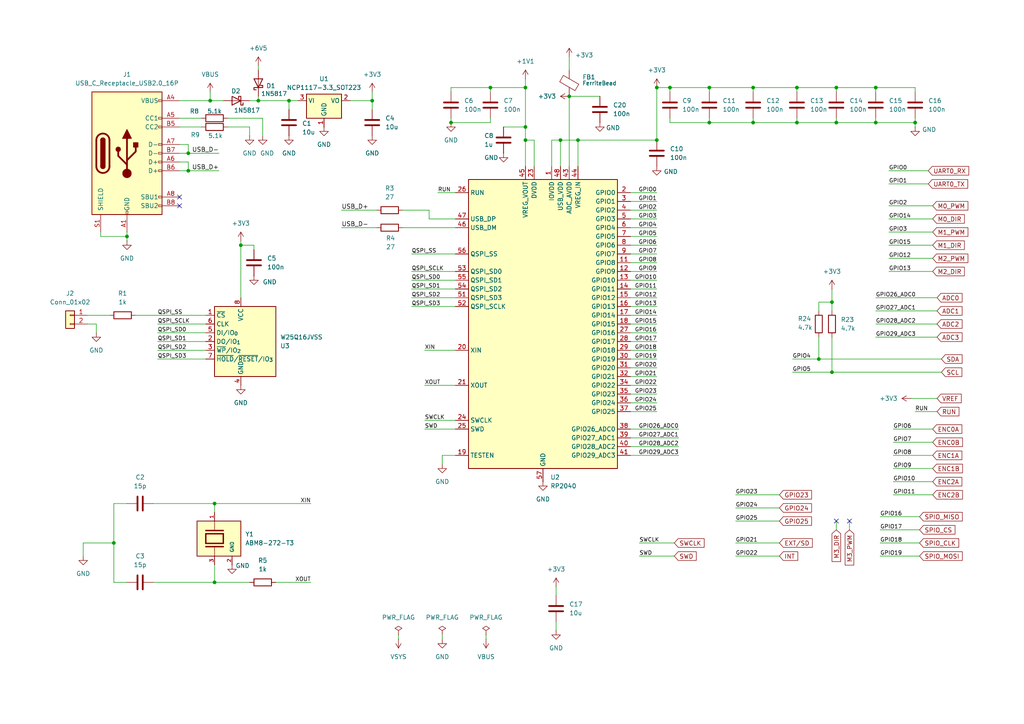
<source format=kicad_sch>
(kicad_sch (version 20250114) (generator "eeschema") (generator_version "9.0")
  (paper "A4")
  (title_block (title "RP2040") (date "2025-12-07") (rev "2") (company "Astra Robotics") (comment 1 "Kartik Lad"))
  (lib_symbols
    (symbol "ABM8-272-T3:ABM8-272-T3" (pin_names (offset 1.016))
      (property "Reference" "Y" (at -5.0878 6.3559 0))
      (property "Value" "ABM8-272-T3" (at -5.0944 -10.16 0))
      (symbol "ABM8-272-T3_0_0"
        (pin passive line (at -7.62 0 0) (length 2.54) (name "~") (number "1"))
        (pin passive line (at 7.62 0 180) (length 2.54) (name "~") (number "3"))
        (pin power_in line (at 7.62 -5.08 180) (length 2.54) (name "GND") (number "2"))
        (pin power_in line (at 7.62 -5.08 180) (length 2.54) (hide yes) (name "GND") (number "4"))
      )
    )
    (symbol "Connector:USB_C_Receptacle_USB2.0_16P" (pin_names (offset 1.016))
      (property "Reference" "J" (at 0 22.225 0))
      (property "Value" "USB_C_Receptacle_USB2.0_16P" (at 0 19.685 0))
      (symbol "USB_C_Receptacle_USB2.0_16P_1_1"
        (pin passive line (at -7.62 -22.86 90) (length 5.08) (name "SHIELD") (number "S1"))
        (pin passive line (at 0 -22.86 90) (length 5.08) (name "GND") (number "A1"))
        (pin passive line (at 0 -22.86 90) (length 5.08) (hide yes) (name "GND") (number "A12"))
        (pin passive line (at 0 -22.86 90) (length 5.08) (hide yes) (name "GND") (number "B1"))
        (pin passive line (at 0 -22.86 90) (length 5.08) (hide yes) (name "GND") (number "B12"))
        (pin passive line (at 15.24 15.24 180) (length 5.08) (name "VBUS") (number "A4"))
        (pin passive line (at 15.24 15.24 180) (length 5.08) (hide yes) (name "VBUS") (number "A9"))
        (pin passive line (at 15.24 15.24 180) (length 5.08) (hide yes) (name "VBUS") (number "B4"))
        (pin passive line (at 15.24 15.24 180) (length 5.08) (hide yes) (name "VBUS") (number "B9"))
        (pin bidirectional line (at 15.24 10.16 180) (length 5.08) (name "CC1") (number "A5"))
        (pin bidirectional line (at 15.24 7.62 180) (length 5.08) (name "CC2") (number "B5"))
        (pin bidirectional line (at 15.24 2.54 180) (length 5.08) (name "D-") (number "A7"))
        (pin bidirectional line (at 15.24 0 180) (length 5.08) (name "D-") (number "B7"))
        (pin bidirectional line (at 15.24 -2.54 180) (length 5.08) (name "D+") (number "A6"))
        (pin bidirectional line (at 15.24 -5.08 180) (length 5.08) (name "D+") (number "B6"))
        (pin bidirectional line (at 15.24 -12.7 180) (length 5.08) (name "SBU1") (number "A8"))
        (pin bidirectional line (at 15.24 -15.24 180) (length 5.08) (name "SBU2") (number "B8"))
      )
    )
    (symbol "Connector_Generic:Conn_01x02" (pin_names (offset 1.016) (hide yes))
      (property "Reference" "J" (at 0 2.54 0))
      (property "Value" "Conn_01x02" (at 0 -5.08 0))
      (symbol "Conn_01x02_1_1"
        (pin passive line (at -5.08 0 0) (length 3.81) (name "Pin_1") (number "1"))
        (pin passive line (at -5.08 -2.54 0) (length 3.81) (name "Pin_2") (number "2"))
      )
    )
    (symbol "Device:C" (pin_numbers (hide yes)) (pin_names (offset 0.254))
      (property "Reference" "C" (at 0.635 2.54 0))
      (property "Value" "C" (at 0.635 -2.54 0))
      (symbol "C_1_1"
        (pin passive line (at 0 3.81 270) (length 2.794) (name "~") (number "1"))
        (pin passive line (at 0 -3.81 90) (length 2.794) (name "~") (number "2"))
      )
    )
    (symbol "Device:FerriteBead" (pin_numbers (hide yes)) (pin_names (offset 0))
      (property "Reference" "FB" (at -3.81 0.635 90))
      (property "Value" "FerriteBead" (at 3.81 0 90))
      (symbol "FerriteBead_1_1"
        (pin passive line (at 0 3.81 270) (length 2.54) (name "~") (number "1"))
        (pin passive line (at 0 -3.81 90) (length 2.54) (name "~") (number "2"))
      )
    )
    (symbol "Device:R" (pin_numbers (hide yes)) (pin_names (offset 0))
      (property "Reference" "R" (at 2.032 0 90))
      (property "Value" "R" (at 0 0 90))
      (symbol "R_1_1"
        (pin passive line (at 0 3.81 270) (length 1.27) (name "~") (number "1"))
        (pin passive line (at 0 -3.81 90) (length 1.27) (name "~") (number "2"))
      )
    )
    (symbol "Diode:1N5817" (pin_numbers (hide yes)) (pin_names (offset 1.016) (hide yes))
      (property "Reference" "D" (at 0 2.54 0))
      (property "Value" "1N5817" (at 0 -2.54 0))
      (symbol "1N5817_1_1"
        (pin passive line (at -3.81 0 0) (length 2.54) (name "K") (number "1"))
        (pin passive line (at 3.81 0 180) (length 2.54) (name "A") (number "2"))
      )
    )
    (symbol "MCU_RaspberryPi:RP2040"
      (property "Reference" "U" (at 17.78 45.72 0))
      (property "Value" "RP2040" (at 17.78 43.18 0))
      (symbol "RP2040_1_1"
        (pin input line (at -25.4 38.1 0) (length 3.81) (name "RUN") (number "26"))
        (pin bidirectional line (at -25.4 30.48 0) (length 3.81) (name "USB_DP") (number "47"))
        (pin bidirectional line (at -25.4 27.94 0) (length 3.81) (name "USB_DM") (number "46"))
        (pin bidirectional line (at -25.4 20.32 0) (length 3.81) (name "QSPI_SS") (number "56"))
        (pin bidirectional line (at -25.4 15.24 0) (length 3.81) (name "QSPI_SD0") (number "53"))
        (pin bidirectional line (at -25.4 12.7 0) (length 3.81) (name "QSPI_SD1") (number "55"))
        (pin bidirectional line (at -25.4 10.16 0) (length 3.81) (name "QSPI_SD2") (number "54"))
        (pin bidirectional line (at -25.4 7.62 0) (length 3.81) (name "QSPI_SD3") (number "51"))
        (pin output line (at -25.4 5.08 0) (length 3.81) (name "QSPI_SCLK") (number "52"))
        (pin input line (at -25.4 -7.62 0) (length 3.81) (name "XIN") (number "20"))
        (pin passive line (at -25.4 -17.78 0) (length 3.81) (name "XOUT") (number "21"))
        (pin input line (at -25.4 -27.94 0) (length 3.81) (name "SWCLK") (number "24"))
        (pin bidirectional line (at -25.4 -30.48 0) (length 3.81) (name "SWD") (number "25"))
        (pin input line (at -25.4 -38.1 0) (length 3.81) (name "TESTEN") (number "19"))
        (pin power_out line (at -5.08 45.72 270) (length 3.81) (name "VREG_VOUT") (number "45"))
        (pin power_in line (at -2.54 45.72 270) (length 3.81) (name "DVDD") (number "23"))
        (pin passive line (at -2.54 45.72 270) (length 3.81) (hide yes) (name "DVDD") (number "50"))
        (pin power_in line (at 0 -45.72 90) (length 3.81) (name "GND") (number "57"))
        (pin power_in line (at 2.54 45.72 270) (length 3.81) (name "IOVDD") (number "1"))
        (pin passive line (at 2.54 45.72 270) (length 3.81) (hide yes) (name "IOVDD") (number "10"))
        (pin passive line (at 2.54 45.72 270) (length 3.81) (hide yes) (name "IOVDD") (number "22"))
        (pin passive line (at 2.54 45.72 270) (length 3.81) (hide yes) (name "IOVDD") (number "33"))
        (pin passive line (at 2.54 45.72 270) (length 3.81) (hide yes) (name "IOVDD") (number "42"))
        (pin passive line (at 2.54 45.72 270) (length 3.81) (hide yes) (name "IOVDD") (number "49"))
        (pin power_in line (at 5.08 45.72 270) (length 3.81) (name "USB_VDD") (number "48"))
        (pin power_in line (at 7.62 45.72 270) (length 3.81) (name "ADC_AVDD") (number "43"))
        (pin power_in line (at 10.16 45.72 270) (length 3.81) (name "VREG_IN") (number "44"))
        (pin bidirectional line (at 25.4 38.1 180) (length 3.81) (name "GPIO0") (number "2"))
        (pin bidirectional line (at 25.4 35.56 180) (length 3.81) (name "GPIO1") (number "3"))
        (pin bidirectional line (at 25.4 33.02 180) (length 3.81) (name "GPIO2") (number "4"))
        (pin bidirectional line (at 25.4 30.48 180) (length 3.81) (name "GPIO3") (number "5"))
        (pin bidirectional line (at 25.4 27.94 180) (length 3.81) (name "GPIO4") (number "6"))
        (pin bidirectional line (at 25.4 25.4 180) (length 3.81) (name "GPIO5") (number "7"))
        (pin bidirectional line (at 25.4 22.86 180) (length 3.81) (name "GPIO6") (number "8"))
        (pin bidirectional line (at 25.4 20.32 180) (length 3.81) (name "GPIO7") (number "9"))
        (pin bidirectional line (at 25.4 17.78 180) (length 3.81) (name "GPIO8") (number "11"))
        (pin bidirectional line (at 25.4 15.24 180) (length 3.81) (name "GPIO9") (number "12"))
        (pin bidirectional line (at 25.4 12.7 180) (length 3.81) (name "GPIO10") (number "13"))
        (pin bidirectional line (at 25.4 10.16 180) (length 3.81) (name "GPIO11") (number "14"))
        (pin bidirectional line (at 25.4 7.62 180) (length 3.81) (name "GPIO12") (number "15"))
        (pin bidirectional line (at 25.4 5.08 180) (length 3.81) (name "GPIO13") (number "16"))
        (pin bidirectional line (at 25.4 2.54 180) (length 3.81) (name "GPIO14") (number "17"))
        (pin bidirectional line (at 25.4 0 180) (length 3.81) (name "GPIO15") (number "18"))
        (pin bidirectional line (at 25.4 -2.54 180) (length 3.81) (name "GPIO16") (number "27"))
        (pin bidirectional line (at 25.4 -5.08 180) (length 3.81) (name "GPIO17") (number "28"))
        (pin bidirectional line (at 25.4 -7.62 180) (length 3.81) (name "GPIO18") (number "29"))
        (pin bidirectional line (at 25.4 -10.16 180) (length 3.81) (name "GPIO19") (number "30"))
        (pin bidirectional line (at 25.4 -12.7 180) (length 3.81) (name "GPIO20") (number "31"))
        (pin bidirectional line (at 25.4 -15.24 180) (length 3.81) (name "GPIO21") (number "32"))
        (pin bidirectional line (at 25.4 -17.78 180) (length 3.81) (name "GPIO22") (number "34"))
        (pin bidirectional line (at 25.4 -20.32 180) (length 3.81) (name "GPIO23") (number "35"))
        (pin bidirectional line (at 25.4 -22.86 180) (length 3.81) (name "GPIO24") (number "36"))
        (pin bidirectional line (at 25.4 -25.4 180) (length 3.81) (name "GPIO25") (number "37"))
        (pin bidirectional line (at 25.4 -30.48 180) (length 3.81) (name "GPIO26_ADC0") (number "38"))
        (pin bidirectional line (at 25.4 -33.02 180) (length 3.81) (name "GPIO27_ADC1") (number "39"))
        (pin bidirectional line (at 25.4 -35.56 180) (length 3.81) (name "GPIO28_ADC2") (number "40"))
        (pin bidirectional line (at 25.4 -38.1 180) (length 3.81) (name "GPIO29_ADC3") (number "41"))
      )
    )
    (symbol "Memory_Flash:W25Q16JVSS"
      (property "Reference" "U" (at -6.35 11.43 0))
      (property "Value" "W25Q16JVSS" (at 7.62 11.43 0))
      (symbol "W25Q16JVSS_1_1"
        (pin input line (at -10.16 7.62 0) (length 2.54) (name "~{CS}") (number "1"))
        (pin input line (at -10.16 5.08 0) (length 2.54) (name "CLK") (number "6"))
        (pin bidirectional line (at -10.16 2.54 0) (length 2.54) (name "DI/IO_{0}") (number "5"))
        (pin bidirectional line (at -10.16 0 0) (length 2.54) (name "DO/IO_{1}") (number "2"))
        (pin bidirectional line (at -10.16 -2.54 0) (length 2.54) (name "~{WP}/IO_{2}") (number "3"))
        (pin bidirectional line (at -10.16 -5.08 0) (length 2.54) (name "~{HOLD}/~{RESET}/IO_{3}") (number "7"))
        (pin power_in line (at 0 12.7 270) (length 2.54) (name "VCC") (number "8"))
        (pin power_in line (at 0 -12.7 90) (length 2.54) (name "GND") (number "4"))
      )
    )
    (symbol "Regulator_Linear:NCP1117-3.3_SOT223"
      (property "Reference" "U" (at -3.81 3.175 0))
      (property "Value" "NCP1117-3.3_SOT223" (at 0 3.175 0))
      (symbol "NCP1117-3.3_SOT223_1_1"
        (pin power_in line (at -7.62 0 0) (length 2.54) (name "VI") (number "3"))
        (pin power_in line (at 0 -7.62 90) (length 2.54) (name "GND") (number "1"))
        (pin power_out line (at 7.62 0 180) (length 2.54) (name "VO") (number "2"))
      )
    )
    (symbol "power:+1V1" (power) (pin_numbers (hide yes)) (pin_names (offset 0) (hide yes))
      (property "Value" "+1V1" (at 0 3.556 0))
      (symbol "+1V1_1_1"
        (pin power_in line (at 0 0 90) (length 0) (name "~") (number "1"))
      )
    )
    (symbol "power:+3V3" (power) (pin_numbers (hide yes)) (pin_names (offset 0) (hide yes))
      (property "Value" "+3V3" (at 0 3.556 0))
      (symbol "+3V3_1_1"
        (pin power_in line (at 0 0 90) (length 0) (name "~") (number "1"))
      )
    )
    (symbol "power:GND" (power) (pin_numbers (hide yes)) (pin_names (offset 0) (hide yes))
      (property "Value" "GND" (at 0 -3.81 0))
      (symbol "GND_1_1"
        (pin power_in line (at 0 0 270) (length 0) (name "~") (number "1"))
      )
    )
    (symbol "power:PWR_FLAG" (power) (pin_numbers (hide yes)) (pin_names (offset 0) (hide yes))
      (property "Value" "PWR_FLAG" (at 0 3.81 0))
      (symbol "PWR_FLAG_0_0"
        (pin power_out line (at 0 0 90) (length 0) (name "~") (number "1"))
      )
    )
    (symbol "power:VBUS" (power) (pin_numbers (hide yes)) (pin_names (offset 0) (hide yes))
      (property "Value" "VBUS" (at 0 3.556 0))
      (symbol "VBUS_1_1"
        (pin power_in line (at 0 0 90) (length 0) (name "~") (number "1"))
      )
    )
    (symbol "power:VCC" (power) (pin_numbers (hide yes)) (pin_names (offset 0) (hide yes))
      (property "Value" "VCC" (at 0 3.556 0))
      (symbol "VCC_1_1"
        (pin power_in line (at 0 0 90) (length 0) (name "~") (number "1"))
      )
    )
  )
  (junction (at 74.93 29.21))
  (junction (at 242.57 35.56))
  (junction (at 218.44 25.4))
  (junction (at 54.61 49.53))
  (junction (at 205.74 25.4))
  (junction (at 242.57 25.4))
  (junction (at 190.5 25.4))
  (junction (at 162.56 40.64))
  (junction (at 231.14 25.4))
  (junction (at 152.4 36.83))
  (junction (at 152.4 40.64))
  (junction (at 62.23 146.05))
  (junction (at 60.96 29.21))
  (junction (at 142.24 25.4))
  (junction (at 265.43 35.56))
  (junction (at 218.44 35.56))
  (junction (at 69.85 71.12))
  (junction (at 54.61 44.45))
  (junction (at 194.31 25.4))
  (junction (at 205.74 35.56))
  (junction (at 254 25.4))
  (junction (at 190.5 40.64))
  (junction (at 36.83 68.58))
  (junction (at 152.4 25.4))
  (junction (at 231.14 35.56))
  (junction (at 167.64 40.64))
  (junction (at 83.82 29.21))
  (junction (at 165.1 27.94))
  (junction (at 130.81 35.56))
  (junction (at 62.23 168.91))
  (junction (at 237.49 104.14))
  (junction (at 107.95 29.21))
  (junction (at 254 35.56))
  (junction (at 241.3 87.63))
  (junction (at 33.02 157.48))
  (junction (at 241.3 107.95))
  (no_connect (at 52.07 57.15))
  (no_connect (at 242.57 151.13))
  (no_connect (at 246.38 151.13))
  (no_connect (at 52.07 59.69))
  (wire (pts (xy 116.84 66.04) (xy 132.08 66.04)))
  (wire (pts (xy 254 25.4) (xy 254 26.67)))
  (wire (pts (xy 152.4 36.83) (xy 152.4 25.4)))
  (wire (pts (xy 182.88 124.46) (xy 196.85 124.46)))
  (wire (pts (xy 54.61 49.53) (xy 63.5 49.53)))
  (wire (pts (xy 52.07 49.53) (xy 54.61 49.53)))
  (wire (pts (xy 154.94 40.64) (xy 152.4 40.64)))
  (wire (pts (xy 140.97 184.15) (xy 140.97 185.42)))
  (wire (pts (xy 152.4 22.86) (xy 152.4 25.4)))
  (wire (pts (xy 24.13 157.48) (xy 33.02 157.48)))
  (wire (pts (xy 62.23 146.05) (xy 90.17 146.05)))
  (wire (pts (xy 60.96 29.21) (xy 64.77 29.21)))
  (wire (pts (xy 52.07 41.91) (xy 54.61 41.91)))
  (wire (pts (xy 229.87 107.95) (xy 241.3 107.95)))
  (wire (pts (xy 255.27 161.29) (xy 266.7 161.29)))
  (wire (pts (xy 123.19 111.76) (xy 132.08 111.76)))
  (wire (pts (xy 36.83 69.85) (xy 36.83 68.58)))
  (wire (pts (xy 182.88 93.98) (xy 190.5 93.98)))
  (wire (pts (xy 74.93 29.21) (xy 83.82 29.21)))
  (wire (pts (xy 66.04 34.29) (xy 76.2 34.29)))
  (wire (pts (xy 165.1 27.94) (xy 173.99 27.94)))
  (wire (pts (xy 182.88 66.04) (xy 190.5 66.04)))
  (wire (pts (xy 45.72 99.06) (xy 59.69 99.06)))
  (wire (pts (xy 123.19 124.46) (xy 132.08 124.46)))
  (wire (pts (xy 257.81 74.93) (xy 270.51 74.93)))
  (wire (pts (xy 205.74 25.4) (xy 218.44 25.4)))
  (wire (pts (xy 194.31 35.56) (xy 205.74 35.56)))
  (wire (pts (xy 231.14 34.29) (xy 231.14 35.56)))
  (wire (pts (xy 128.27 132.08) (xy 128.27 134.62)))
  (wire (pts (xy 182.88 55.88) (xy 190.5 55.88)))
  (wire (pts (xy 54.61 46.99) (xy 54.61 49.53)))
  (wire (pts (xy 99.06 60.96) (xy 109.22 60.96)))
  (wire (pts (xy 123.19 121.92) (xy 132.08 121.92)))
  (wire (pts (xy 83.82 29.21) (xy 83.82 31.75)))
  (wire (pts (xy 182.88 68.58) (xy 190.5 68.58)))
  (wire (pts (xy 33.02 146.05) (xy 33.02 157.48)))
  (wire (pts (xy 241.3 87.63) (xy 241.3 90.17)))
  (wire (pts (xy 194.31 25.4) (xy 194.31 26.67)))
  (wire (pts (xy 130.81 25.4) (xy 142.24 25.4)))
  (wire (pts (xy 182.88 132.08) (xy 196.85 132.08)))
  (wire (pts (xy 83.82 29.21) (xy 86.36 29.21)))
  (wire (pts (xy 182.88 119.38) (xy 190.5 119.38)))
  (wire (pts (xy 127 55.88) (xy 132.08 55.88)))
  (wire (pts (xy 265.43 35.56) (xy 265.43 36.83)))
  (wire (pts (xy 182.88 91.44) (xy 190.5 91.44)))
  (wire (pts (xy 213.36 161.29) (xy 226.06 161.29)))
  (wire (pts (xy 194.31 25.4) (xy 205.74 25.4)))
  (wire (pts (xy 45.72 93.98) (xy 59.69 93.98)))
  (wire (pts (xy 182.88 71.12) (xy 190.5 71.12)))
  (wire (pts (xy 213.36 151.13) (xy 226.06 151.13)))
  (wire (pts (xy 119.38 83.82) (xy 132.08 83.82)))
  (wire (pts (xy 237.49 90.17) (xy 237.49 87.63)))
  (wire (pts (xy 242.57 25.4) (xy 242.57 26.67)))
  (wire (pts (xy 54.61 41.91) (xy 54.61 44.45)))
  (wire (pts (xy 162.56 48.26) (xy 162.56 40.64)))
  (wire (pts (xy 142.24 25.4) (xy 142.24 26.67)))
  (wire (pts (xy 182.88 81.28) (xy 190.5 81.28)))
  (wire (pts (xy 218.44 34.29) (xy 218.44 35.56)))
  (wire (pts (xy 259.08 128.27) (xy 270.51 128.27)))
  (wire (pts (xy 80.01 168.91) (xy 90.17 168.91)))
  (wire (pts (xy 152.4 36.83) (xy 152.4 40.64)))
  (wire (pts (xy 160.02 48.26) (xy 160.02 40.64)))
  (wire (pts (xy 182.88 96.52) (xy 190.5 96.52)))
  (wire (pts (xy 213.36 143.51) (xy 226.06 143.51)))
  (wire (pts (xy 162.56 40.64) (xy 167.64 40.64)))
  (wire (pts (xy 182.88 127) (xy 196.85 127)))
  (wire (pts (xy 36.83 146.05) (xy 33.02 146.05)))
  (wire (pts (xy 246.38 151.13) (xy 246.38 153.67)))
  (wire (pts (xy 107.95 29.21) (xy 107.95 31.75)))
  (wire (pts (xy 45.72 101.6) (xy 59.69 101.6)))
  (wire (pts (xy 76.2 34.29) (xy 76.2 39.37)))
  (wire (pts (xy 119.38 81.28) (xy 132.08 81.28)))
  (wire (pts (xy 52.07 29.21) (xy 60.96 29.21)))
  (wire (pts (xy 237.49 87.63) (xy 241.3 87.63)))
  (wire (pts (xy 213.36 147.32) (xy 226.06 147.32)))
  (wire (pts (xy 130.81 35.56) (xy 130.81 34.29)))
  (wire (pts (xy 242.57 34.29) (xy 242.57 35.56)))
  (wire (pts (xy 259.08 139.7) (xy 270.51 139.7)))
  (wire (pts (xy 29.21 68.58) (xy 36.83 68.58)))
  (wire (pts (xy 254 86.36) (xy 271.78 86.36)))
  (wire (pts (xy 255.27 149.86) (xy 266.7 149.86)))
  (wire (pts (xy 152.4 25.4) (xy 142.24 25.4)))
  (wire (pts (xy 182.88 58.42) (xy 190.5 58.42)))
  (wire (pts (xy 25.4 93.98) (xy 27.94 93.98)))
  (wire (pts (xy 39.37 91.44) (xy 59.69 91.44)))
  (wire (pts (xy 182.88 76.2) (xy 190.5 76.2)))
  (wire (pts (xy 74.93 27.94) (xy 74.93 29.21)))
  (wire (pts (xy 264.16 115.57) (xy 271.78 115.57)))
  (wire (pts (xy 52.07 36.83) (xy 58.42 36.83)))
  (wire (pts (xy 218.44 35.56) (xy 231.14 35.56)))
  (wire (pts (xy 254 97.79) (xy 271.78 97.79)))
  (wire (pts (xy 165.1 16.51) (xy 165.1 20.32)))
  (wire (pts (xy 123.19 101.6) (xy 132.08 101.6)))
  (wire (pts (xy 182.88 109.22) (xy 190.5 109.22)))
  (wire (pts (xy 62.23 168.91) (xy 44.45 168.91)))
  (wire (pts (xy 115.57 184.15) (xy 115.57 185.42)))
  (wire (pts (xy 182.88 129.54) (xy 196.85 129.54)))
  (wire (pts (xy 241.3 107.95) (xy 273.05 107.95)))
  (wire (pts (xy 254 25.4) (xy 265.43 25.4)))
  (wire (pts (xy 182.88 83.82) (xy 190.5 83.82)))
  (wire (pts (xy 229.87 104.14) (xy 237.49 104.14)))
  (wire (pts (xy 73.66 72.39) (xy 73.66 71.12)))
  (wire (pts (xy 33.02 157.48) (xy 33.02 168.91)))
  (wire (pts (xy 185.42 161.29) (xy 195.58 161.29)))
  (wire (pts (xy 107.95 26.67) (xy 107.95 29.21)))
  (wire (pts (xy 231.14 25.4) (xy 242.57 25.4)))
  (wire (pts (xy 254 90.17) (xy 271.78 90.17)))
  (wire (pts (xy 242.57 25.4) (xy 254 25.4)))
  (wire (pts (xy 73.66 71.12) (xy 69.85 71.12)))
  (wire (pts (xy 265.43 34.29) (xy 265.43 35.56)))
  (wire (pts (xy 66.04 36.83) (xy 72.39 36.83)))
  (wire (pts (xy 241.3 97.79) (xy 241.3 107.95)))
  (wire (pts (xy 132.08 132.08) (xy 128.27 132.08)))
  (wire (pts (xy 116.84 60.96) (xy 124.46 60.96)))
  (wire (pts (xy 52.07 44.45) (xy 54.61 44.45)))
  (wire (pts (xy 259.08 143.51) (xy 270.51 143.51)))
  (wire (pts (xy 154.94 48.26) (xy 154.94 40.64)))
  (wire (pts (xy 182.88 99.06) (xy 190.5 99.06)))
  (wire (pts (xy 265.43 25.4) (xy 265.43 26.67)))
  (wire (pts (xy 165.1 27.94) (xy 165.1 48.26)))
  (wire (pts (xy 265.43 119.38) (xy 271.78 119.38)))
  (wire (pts (xy 182.88 101.6) (xy 190.5 101.6)))
  (wire (pts (xy 119.38 88.9) (xy 132.08 88.9)))
  (wire (pts (xy 52.07 46.99) (xy 54.61 46.99)))
  (wire (pts (xy 142.24 34.29) (xy 142.24 35.56)))
  (wire (pts (xy 182.88 78.74) (xy 190.5 78.74)))
  (wire (pts (xy 257.81 78.74) (xy 270.51 78.74)))
  (wire (pts (xy 72.39 36.83) (xy 72.39 39.37)))
  (wire (pts (xy 254 35.56) (xy 265.43 35.56)))
  (wire (pts (xy 29.21 67.31) (xy 29.21 68.58)))
  (wire (pts (xy 167.64 40.64) (xy 190.5 40.64)))
  (wire (pts (xy 205.74 35.56) (xy 218.44 35.56)))
  (wire (pts (xy 182.88 86.36) (xy 190.5 86.36)))
  (wire (pts (xy 257.81 71.12) (xy 270.51 71.12)))
  (wire (pts (xy 27.94 93.98) (xy 27.94 96.52)))
  (wire (pts (xy 190.5 40.64) (xy 190.5 25.4)))
  (wire (pts (xy 259.08 132.08) (xy 270.51 132.08)))
  (wire (pts (xy 194.31 34.29) (xy 194.31 35.56)))
  (wire (pts (xy 213.36 157.48) (xy 226.06 157.48)))
  (wire (pts (xy 182.88 111.76) (xy 190.5 111.76)))
  (wire (pts (xy 161.29 170.18) (xy 161.29 172.72)))
  (wire (pts (xy 45.72 104.14) (xy 59.69 104.14)))
  (wire (pts (xy 182.88 104.14) (xy 190.5 104.14)))
  (wire (pts (xy 218.44 25.4) (xy 218.44 26.67)))
  (wire (pts (xy 25.4 91.44) (xy 31.75 91.44)))
  (wire (pts (xy 124.46 63.5) (xy 132.08 63.5)))
  (wire (pts (xy 44.45 146.05) (xy 62.23 146.05)))
  (wire (pts (xy 36.83 68.58) (xy 36.83 67.31)))
  (wire (pts (xy 255.27 153.67) (xy 266.7 153.67)))
  (wire (pts (xy 69.85 71.12) (xy 69.85 86.36)))
  (wire (pts (xy 231.14 25.4) (xy 231.14 26.67)))
  (wire (pts (xy 205.74 34.29) (xy 205.74 35.56)))
  (wire (pts (xy 259.08 135.89) (xy 270.51 135.89)))
  (wire (pts (xy 255.27 157.48) (xy 266.7 157.48)))
  (wire (pts (xy 182.88 63.5) (xy 190.5 63.5)))
  (wire (pts (xy 62.23 148.59) (xy 62.23 146.05)))
  (wire (pts (xy 69.85 69.85) (xy 69.85 71.12)))
  (wire (pts (xy 182.88 60.96) (xy 190.5 60.96)))
  (wire (pts (xy 257.81 53.34) (xy 269.24 53.34)))
  (wire (pts (xy 119.38 73.66) (xy 132.08 73.66)))
  (wire (pts (xy 152.4 40.64) (xy 152.4 48.26)))
  (wire (pts (xy 205.74 25.4) (xy 205.74 26.67)))
  (wire (pts (xy 72.39 29.21) (xy 74.93 29.21)))
  (wire (pts (xy 242.57 151.13) (xy 242.57 153.67)))
  (wire (pts (xy 182.88 88.9) (xy 190.5 88.9)))
  (wire (pts (xy 254 34.29) (xy 254 35.56)))
  (wire (pts (xy 257.81 67.31) (xy 270.51 67.31)))
  (wire (pts (xy 167.64 48.26) (xy 167.64 40.64)))
  (wire (pts (xy 62.23 168.91) (xy 72.39 168.91)))
  (wire (pts (xy 124.46 60.96) (xy 124.46 63.5)))
  (wire (pts (xy 74.93 19.05) (xy 74.93 20.32)))
  (wire (pts (xy 161.29 182.88) (xy 161.29 180.34)))
  (wire (pts (xy 259.08 124.46) (xy 270.51 124.46)))
  (wire (pts (xy 62.23 163.83) (xy 62.23 168.91)))
  (wire (pts (xy 60.96 26.67) (xy 60.96 29.21)))
  (wire (pts (xy 142.24 35.56) (xy 130.81 35.56)))
  (wire (pts (xy 99.06 66.04) (xy 109.22 66.04)))
  (wire (pts (xy 119.38 78.74) (xy 132.08 78.74)))
  (wire (pts (xy 185.42 157.48) (xy 195.58 157.48)))
  (wire (pts (xy 128.27 184.15) (xy 128.27 185.42)))
  (wire (pts (xy 237.49 104.14) (xy 273.05 104.14)))
  (wire (pts (xy 257.81 49.53) (xy 269.24 49.53)))
  (wire (pts (xy 24.13 161.29) (xy 24.13 157.48)))
  (wire (pts (xy 257.81 63.5) (xy 270.51 63.5)))
  (wire (pts (xy 242.57 35.56) (xy 254 35.56)))
  (wire (pts (xy 160.02 40.64) (xy 162.56 40.64)))
  (wire (pts (xy 182.88 73.66) (xy 190.5 73.66)))
  (wire (pts (xy 231.14 35.56) (xy 242.57 35.56)))
  (wire (pts (xy 54.61 44.45) (xy 63.5 44.45)))
  (wire (pts (xy 241.3 83.82) (xy 241.3 87.63)))
  (wire (pts (xy 146.05 36.83) (xy 152.4 36.83)))
  (wire (pts (xy 182.88 116.84) (xy 190.5 116.84)))
  (wire (pts (xy 218.44 25.4) (xy 231.14 25.4)))
  (wire (pts (xy 33.02 168.91) (xy 36.83 168.91)))
  (wire (pts (xy 182.88 114.3) (xy 190.5 114.3)))
  (wire (pts (xy 254 93.98) (xy 271.78 93.98)))
  (wire (pts (xy 182.88 106.68) (xy 190.5 106.68)))
  (wire (pts (xy 45.72 96.52) (xy 59.69 96.52)))
  (wire (pts (xy 190.5 25.4) (xy 194.31 25.4)))
  (wire (pts (xy 257.81 59.69) (xy 270.51 59.69)))
  (wire (pts (xy 101.6 29.21) (xy 107.95 29.21)))
  (wire (pts (xy 52.07 34.29) (xy 58.42 34.29)))
  (wire (pts (xy 130.81 26.67) (xy 130.81 25.4)))
  (wire (pts (xy 119.38 86.36) (xy 132.08 86.36)))
  (wire (pts (xy 237.49 97.79) (xy 237.49 104.14)))
  (label "GPIO24" (at 213.36 147.32 0) (effects (font (size 1.143 1.143))))
  (label "QSPI_SD1" (at 45.72 99.06 0) (effects (font (size 1.143 1.143))))
  (label "GPIO15" (at 190.5 93.98 180) (effects (font (size 1.143 1.143))))
  (label "GPIO1" (at 190.5 58.42 180) (effects (font (size 1.143 1.143))))
  (label "QSPI_SCLK" (at 119.38 78.74 0) (effects (font (size 1.143 1.143))))
  (label "GPIO12" (at 257.81 74.93 0) (effects (font (size 1.143 1.143))))
  (label "SWD" (at 185.42 161.29 0) (effects (font (size 1.143 1.143))))
  (label "GPIO15" (at 257.81 71.12 0) (effects (font (size 1.143 1.143))))
  (label "GPIO26_ADC0" (at 196.85 124.46 180) (effects (font (size 1.143 1.143))))
  (label "GPIO29_ADC3" (at 196.85 132.08 180) (effects (font (size 1.143 1.143))))
  (label "GPIO9" (at 259.08 135.89 0) (effects (font (size 1.143 1.143))))
  (label "GPIO29_ADC3" (at 254 97.79 0) (effects (font (size 1.143 1.143))))
  (label "GPIO13" (at 257.81 78.74 0) (effects (font (size 1.143 1.143))))
  (label "GPIO3" (at 257.81 67.31 0) (effects (font (size 1.143 1.143))))
  (label "GPIO28_ADC2" (at 254 93.98 0) (effects (font (size 1.143 1.143))))
  (label "GPIO1" (at 257.81 53.34 0) (effects (font (size 1.143 1.143))))
  (label "SWD" (at 123.19 124.46 0) (effects (font (size 1.143 1.143))))
  (label "GPIO25" (at 213.36 151.13 0) (effects (font (size 1.143 1.143))))
  (label "QSPI_SD1" (at 119.38 83.82 0) (effects (font (size 1.143 1.143))))
  (label "USB_D-" (at 63.5 44.45 180))
  (label "QSPI_SD2" (at 119.38 86.36 0) (effects (font (size 1.143 1.143))))
  (label "GPIO5" (at 229.87 107.95 0) (effects (font (size 1.143 1.143))))
  (label "GPIO21" (at 190.5 109.22 180) (effects (font (size 1.143 1.143))))
  (label "GPIO14" (at 257.81 63.5 0) (effects (font (size 1.143 1.143))))
  (label "GPIO2" (at 257.81 59.69 0) (effects (font (size 1.143 1.143))))
  (label "GPIO28_ADC2" (at 196.85 129.54 180) (effects (font (size 1.143 1.143))))
  (label "GPIO16" (at 255.27 149.86 0) (effects (font (size 1.143 1.143))))
  (label "USB_D-" (at 99.06 66.04 0))
  (label "XIN" (at 90.17 146.05 180) (effects (font (size 1.143 1.143))))
  (label "GPIO11" (at 190.5 83.82 180) (effects (font (size 1.143 1.143))))
  (label "GPIO24" (at 190.5 116.84 180) (effects (font (size 1.143 1.143))))
  (label "GPIO23" (at 213.36 143.51 0) (effects (font (size 1.143 1.143))))
  (label "GPIO13" (at 190.5 88.9 180) (effects (font (size 1.143 1.143))))
  (label "QSPI_SCLK" (at 45.72 93.98 0) (effects (font (size 1.143 1.143))))
  (label "GPIO10" (at 259.08 139.7 0) (effects (font (size 1.143 1.143))))
  (label "GPIO10" (at 190.5 81.28 180) (effects (font (size 1.143 1.143))))
  (label "GPIO17" (at 255.27 153.67 0) (effects (font (size 1.143 1.143))))
  (label "GPIO8" (at 190.5 76.2 180) (effects (font (size 1.143 1.143))))
  (label "QSPI_SD3" (at 119.38 88.9 0) (effects (font (size 1.143 1.143))))
  (label "GPIO7" (at 259.08 128.27 0) (effects (font (size 1.143 1.143))))
  (label "SWCLK" (at 123.19 121.92 0) (effects (font (size 1.143 1.143))))
  (label "GPIO19" (at 255.27 161.29 0) (effects (font (size 1.143 1.143))))
  (label "QSPI_SD0" (at 45.72 96.52 0) (effects (font (size 1.143 1.143))))
  (label "XIN" (at 123.19 101.6 0) (effects (font (size 1.143 1.143))))
  (label "QSPI_SS" (at 45.72 91.44 0) (effects (font (size 1.143 1.143))))
  (label "GPIO21" (at 213.36 157.48 0) (effects (font (size 1.143 1.143))))
  (label "GPIO20" (at 190.5 106.68 180) (effects (font (size 1.143 1.143))))
  (label "USB_D+" (at 63.5 49.53 180))
  (label "GPIO6" (at 259.08 124.46 0) (effects (font (size 1.143 1.143))))
  (label "SWCLK" (at 185.42 157.48 0) (effects (font (size 1.143 1.143))))
  (label "GPIO0" (at 190.5 55.88 180) (effects (font (size 1.143 1.143))))
  (label "GPIO18" (at 255.27 157.48 0) (effects (font (size 1.143 1.143))))
  (label "RUN" (at 265.43 119.38 0) (effects (font (size 1.143 1.143))))
  (label "GPIO23" (at 190.5 114.3 180) (effects (font (size 1.143 1.143))))
  (label "GPIO0" (at 257.81 49.53 0) (effects (font (size 1.143 1.143))))
  (label "GPIO4" (at 190.5 66.04 180) (effects (font (size 1.143 1.143))))
  (label "QSPI_SD3" (at 45.72 104.14 0) (effects (font (size 1.143 1.143))))
  (label "QSPI_SS" (at 119.38 73.66 0) (effects (font (size 1.143 1.143))))
  (label "GPIO6" (at 190.5 71.12 180) (effects (font (size 1.143 1.143))))
  (label "GPIO26_ADC0" (at 254 86.36 0) (effects (font (size 1.143 1.143))))
  (label "GPIO17" (at 190.5 99.06 180) (effects (font (size 1.143 1.143))))
  (label "GPIO18" (at 190.5 101.6 180) (effects (font (size 1.143 1.143))))
  (label "XOUT" (at 90.17 168.91 180) (effects (font (size 1.143 1.143))))
  (label "GPIO14" (at 190.5 91.44 180) (effects (font (size 1.143 1.143))))
  (label "GPIO5" (at 190.5 68.58 180) (effects (font (size 1.143 1.143))))
  (label "GPIO16" (at 190.5 96.52 180) (effects (font (size 1.143 1.143))))
  (label "GPIO25" (at 190.5 119.38 180) (effects (font (size 1.143 1.143))))
  (label "GPIO2" (at 190.5 60.96 180) (effects (font (size 1.143 1.143))))
  (label "RUN" (at 127 55.88 0) (effects (font (size 1.143 1.143))))
  (label "GPIO4" (at 229.87 104.14 0) (effects (font (size 1.143 1.143))))
  (label "GPIO27_ADC1" (at 254 90.17 0) (effects (font (size 1.143 1.143))))
  (label "GPIO11" (at 259.08 143.51 0) (effects (font (size 1.143 1.143))))
  (label "GPIO9" (at 190.5 78.74 180) (effects (font (size 1.143 1.143))))
  (label "GPIO19" (at 190.5 104.14 180) (effects (font (size 1.143 1.143))))
  (label "GPIO27_ADC1" (at 196.85 127 180) (effects (font (size 1.143 1.143))))
  (label "XOUT" (at 123.19 111.76 0) (effects (font (size 1.143 1.143))))
  (label "GPIO22" (at 190.5 111.76 180) (effects (font (size 1.143 1.143))))
  (label "USB_D+" (at 99.06 60.96 0))
  (label "GPIO8" (at 259.08 132.08 0) (effects (font (size 1.143 1.143))))
  (label "GPIO3" (at 190.5 63.5 180) (effects (font (size 1.143 1.143))))
  (label "GPIO22" (at 213.36 161.29 0) (effects (font (size 1.143 1.143))))
  (label "GPIO7" (at 190.5 73.66 180) (effects (font (size 1.143 1.143))))
  (label "GPIO12" (at 190.5 86.36 180) (effects (font (size 1.143 1.143))))
  (label "QSPI_SD2" (at 45.72 101.6 0) (effects (font (size 1.143 1.143))))
  (label "QSPI_SD0" (at 119.38 81.28 0) (effects (font (size 1.143 1.143))))
  (global_label "M0_PWM" (shape input) (at 270.51 59.69 0) (property "Intersheetrefs" "${INTERSHEET_REFS}" (effects (hide yes))))
  (global_label "ENC0A" (shape input) (at 270.51 124.46 0) (property "Intersheetrefs" "${INTERSHEET_REFS}" (effects (hide yes))))
  (global_label "M1_PWM" (shape input) (at 270.51 67.31 0) (property "Intersheetrefs" "${INTERSHEET_REFS}" (effects (hide yes))))
  (global_label "ENC1A" (shape input) (at 270.51 132.08 0) (property "Intersheetrefs" "${INTERSHEET_REFS}" (effects (hide yes))))
  (global_label "UART0_TX" (shape input) (at 269.24 53.34 0) (property "Intersheetrefs" "${INTERSHEET_REFS}" (effects (hide yes))))
  (global_label "SCL" (shape input) (at 273.05 107.95 0) (property "Intersheetrefs" "${INTERSHEET_REFS}" (effects (hide yes))))
  (global_label "ADC3" (shape input) (at 271.78 97.79 0) (property "Intersheetrefs" "${INTERSHEET_REFS}" (effects (hide yes))))
  (global_label "ENC2A" (shape input) (at 270.51 139.7 0) (property "Intersheetrefs" "${INTERSHEET_REFS}" (effects (hide yes))))
  (global_label "M1_DIR" (shape input) (at 270.51 71.12 0) (property "Intersheetrefs" "${INTERSHEET_REFS}" (effects (hide yes))))
  (global_label "ADC1" (shape input) (at 271.78 90.17 0) (property "Intersheetrefs" "${INTERSHEET_REFS}" (effects (hide yes))))
  (global_label "M3_DIR" (shape input) (at 242.57 153.67 270) (property "Intersheetrefs" "${INTERSHEET_REFS}" (effects (hide yes))))
  (global_label "SPIO_CLK" (shape input) (at 266.7 157.48 0) (property "Intersheetrefs" "${INTERSHEET_REFS}" (effects (hide yes))))
  (global_label "RUN" (shape input) (at 271.78 119.38 0) (property "Intersheetrefs" "${INTERSHEET_REFS}" (effects (hide yes))))
  (global_label "EXT{slash}SD" (shape input) (at 226.06 157.48 0) (property "Intersheetrefs" "${INTERSHEET_REFS}" (effects (hide yes))))
  (global_label "M2_PWM" (shape input) (at 270.51 74.93 0) (property "Intersheetrefs" "${INTERSHEET_REFS}" (effects (hide yes))))
  (global_label "M3_PWM" (shape input) (at 246.38 153.67 270) (property "Intersheetrefs" "${INTERSHEET_REFS}" (effects (hide yes))))
  (global_label "GPIO24" (shape input) (at 226.06 147.32 0) (property "Intersheetrefs" "${INTERSHEET_REFS}" (effects (hide yes))))
  (global_label "SWCLK" (shape input) (at 195.58 157.48 0) (property "Intersheetrefs" "${INTERSHEET_REFS}" (effects (hide yes))))
  (global_label "GPIO25" (shape input) (at 226.06 151.13 0) (property "Intersheetrefs" "${INTERSHEET_REFS}" (effects (hide yes))))
  (global_label "SPIO_CS" (shape input) (at 266.7 153.67 0) (property "Intersheetrefs" "${INTERSHEET_REFS}" (effects (hide yes))))
  (global_label "UART0_RX" (shape input) (at 269.24 49.53 0) (property "Intersheetrefs" "${INTERSHEET_REFS}" (effects (hide yes))))
  (global_label "VREF" (shape input) (at 271.78 115.57 0) (property "Intersheetrefs" "${INTERSHEET_REFS}" (effects (hide yes))))
  (global_label "ADC0" (shape input) (at 271.78 86.36 0) (property "Intersheetrefs" "${INTERSHEET_REFS}" (effects (hide yes))))
  (global_label "M2_DIR" (shape input) (at 270.51 78.74 0) (property "Intersheetrefs" "${INTERSHEET_REFS}" (effects (hide yes))))
  (global_label "ENC1B" (shape input) (at 270.51 135.89 0) (property "Intersheetrefs" "${INTERSHEET_REFS}" (effects (hide yes))))
  (global_label "M0_DIR" (shape input) (at 270.51 63.5 0) (property "Intersheetrefs" "${INTERSHEET_REFS}" (effects (hide yes))))
  (global_label "SPIO_MISO" (shape input) (at 266.7 149.86 0) (property "Intersheetrefs" "${INTERSHEET_REFS}" (effects (hide yes))))
  (global_label "SPIO_MOSI" (shape input) (at 266.7 161.29 0) (property "Intersheetrefs" "${INTERSHEET_REFS}" (effects (hide yes))))
  (global_label "ENC2B" (shape input) (at 270.51 143.51 0) (property "Intersheetrefs" "${INTERSHEET_REFS}" (effects (hide yes))))
  (global_label "SDA" (shape input) (at 273.05 104.14 0) (property "Intersheetrefs" "${INTERSHEET_REFS}" (effects (hide yes))))
  (global_label "ENC0B" (shape input) (at 270.51 128.27 0) (property "Intersheetrefs" "${INTERSHEET_REFS}" (effects (hide yes))))
  (global_label "SWD" (shape input) (at 195.58 161.29 0) (property "Intersheetrefs" "${INTERSHEET_REFS}" (effects (hide yes))))
  (global_label "GPIO23" (shape input) (at 226.06 143.51 0) (property "Intersheetrefs" "${INTERSHEET_REFS}" (effects (hide yes))))
  (global_label "ADC2" (shape input) (at 271.78 93.98 0) (property "Intersheetrefs" "${INTERSHEET_REFS}" (effects (hide yes))))
  (global_label "INT" (shape input) (at 226.06 161.29 0) (property "Intersheetrefs" "${INTERSHEET_REFS}" (effects (hide yes))))
  (symbol (lib_id "power:GND") (at 130.81 35.56 0) (unit 1)
    (property "Reference" "#PWR020" (effects (hide yes)))
    (property "Value" "GND" (at 130.81 40.64 0))
    (property "Description" "Power symbol creates a global label with name \"GND\" , ground" (effects (hide yes)))
  )
  (symbol (lib_id "power:GND") (at 67.31 163.83 0) (unit 1)
    (property "Reference" "#PWR014" (effects (hide yes)))
    (property "Value" "GND" (at 70.358 164.084 0))
    (property "Description" "Power symbol creates a global label with name \"GND\" , ground" (effects (hide yes)))
  )
  (symbol (lib_id "Device:C") (at 130.81 30.48 0) (unit 1)
    (property "Reference" "C6" (at 134.62 29.2099 0) (effects (justify left)))
    (property "Value" "100n" (at 134.62 31.7499 0) (effects (justify left)))
    (property "Footprint" "Capacitor_SMD:C_2220_5750Metric_Pad1.97x5.40mm_HandSolder" (effects (hide yes)))
    (property "Description" "Unpolarized capacitor" (effects (hide yes)))
  )
  (symbol (lib_id "power:GND") (at 76.2 39.37 0) (unit 1)
    (property "Reference" "#PWR04" (effects (hide yes)))
    (property "Value" "GND" (at 77.47 44.45 0))
    (property "Description" "Power symbol creates a global label with name \"GND\" , ground" (effects (hide yes)))
  )
  (symbol (lib_id "Device:R") (at 113.03 66.04 90) (unit 1)
    (property "Reference" "R4" (at 113.284 69.088 90))
    (property "Value" "27" (at 113.284 71.628 90))
    (property "Footprint" "Resistor_SMD:R_1812_4532Metric_Pad1.30x3.40mm_HandSolder" (effects (hide yes)))
    (property "Description" "Resistor" (effects (hide yes)))
  )
  (symbol (lib_id "power:VCC") (at 115.57 185.42 180) (unit 1)
    (property "Reference" "#PWR027" (effects (hide yes)))
    (property "Value" "VSYS" (at 115.57 190.5 0))
    (property "Description" "Power symbol creates a global label with name \"VCC\"" (effects (hide yes)))
  )
  (symbol (lib_id "Device:R") (at 62.23 36.83 90) (unit 1)
    (property "Reference" "R9" (at 56.642 39.116 90))
    (property "Value" "5.1k" (at 62.484 39.37 90))
    (property "Footprint" "Resistor_SMD:R_1812_4532Metric_Pad1.30x3.40mm_HandSolder" (effects (hide yes)))
    (property "Description" "Resistor" (effects (hide yes)))
  )
  (symbol (lib_id "Device:C") (at 142.24 30.48 0) (unit 1)
    (property "Reference" "C7" (at 146.05 29.2099 0) (effects (justify left)))
    (property "Value" "100n" (at 146.05 31.7499 0) (effects (justify left)))
    (property "Footprint" "Capacitor_SMD:C_2220_5750Metric_Pad1.97x5.40mm_HandSolder" (effects (hide yes)))
    (property "Description" "Unpolarized capacitor" (effects (hide yes)))
  )
  (symbol (lib_id "Memory_Flash:W25Q16JVSS") (at 69.85 99.06 0) (unit 1)
    (property "Reference" "U3" (at 81.28 100.3301 0) (effects (justify left)))
    (property "Value" "W25Q16JVSS" (at 81.28 97.7901 0) (effects (justify left)))
    (property "Footprint" "Package_SO:SOIC-8_5.3x5.3mm_P1.27mm" (effects (hide yes)))
    (property "Datasheet" "https://www.winbond.com/hq/support/documentation/levelOne.jsp?__locale=en&DocNo=DA00-W25Q16JV.1" (effects (hide yes)))
    (property "Description" "16Mbit / 2MiB Serial Flash Memory, Standard/Dual/Quad SPI, 2.7-3.6V, SOIC-8 (208 mil)" (effects (hide yes)))
  )
  (symbol (lib_id "ABM8-272-T3:ABM8-272-T3") (at 62.23 156.21 90) (mirror x) (unit 1)
    (property "Reference" "Y1" (at 71.12 154.9399 90) (effects (justify right)))
    (property "Value" "ABM8-272-T3" (at 71.12 157.4799 90) (effects (justify right)))
    (property "Footprint" "ABM8-272-T3:XTAL_ABM8-272-T3" (effects (hide yes)))
    (property "MF" "ABRACON" (effects (hide yes)))
    (property "MAXIMUM_PACKAGE_HEIGHT" "0.8mm" (effects (hide yes)))
    (property "CREATOR" "DIZAR" (effects (hide yes)))
    (property "Price" "None" (effects (hide yes)))
    (property "Package" "NON-STANDARD-4 Abracon" (effects (hide yes)))
    (property "Check_prices" "https://www.snapeda.com/parts/ABM8-272-T3/Abracon/view-part/?ref=eda" (effects (hide yes)))
    (property "STANDARD" "Manufacturer Recommendations" (effects (hide yes)))
    (property "PARTREV" "07-29-20" (effects (hide yes)))
    (property "SnapEDA_Link" "https://www.snapeda.com/parts/ABM8-272-T3/Abracon/view-part/?ref=snap" (effects (hide yes)))
    (property "MP" "ABM8-272-T3" (effects (hide yes)))
    (property "Description_1" "12 MHz ±30ppm Crystal 10pF 50 Ohms 4-SMD, No Lead" (effects (hide yes)))
    (property "Availability" "In Stock" (effects (hide yes)))
    (property "MANUFACTURER" "ABRACON" (effects (hide yes)))
  )
  (symbol (lib_id "Device:C") (at 218.44 30.48 0) (unit 1)
    (property "Reference" "C12" (at 222.25 29.2099 0) (effects (justify left)))
    (property "Value" "100n" (at 222.25 31.7499 0) (effects (justify left)))
    (property "Footprint" "Capacitor_SMD:C_2220_5750Metric_Pad1.97x5.40mm_HandSolder" (effects (hide yes)))
    (property "Description" "Unpolarized capacitor" (effects (hide yes)))
  )
  (symbol (lib_id "Device:C") (at 83.82 35.56 0) (unit 1)
    (property "Reference" "C1" (at 87.63 35.814 0) (effects (justify left)))
    (property "Value" "10u" (at 87.63 38.354 0) (effects (justify left)))
    (property "Footprint" "Capacitor_SMD:C_2220_5750Metric_Pad1.97x5.40mm_HandSolder" (effects (hide yes)))
    (property "Description" "Unpolarized capacitor" (effects (hide yes)))
  )
  (symbol (lib_id "power:GND") (at 73.66 80.01 0) (unit 1)
    (property "Reference" "#PWR012" (effects (hide yes)))
    (property "Value" "GND" (at 78.232 81.788 0))
    (property "Description" "Power symbol creates a global label with name \"GND\" , ground" (effects (hide yes)))
  )
  (symbol (lib_id "power:+3V3") (at 241.3 83.82 0) (unit 1)
    (property "Reference" "#PWR039" (effects (hide yes)))
    (property "Value" "+3V3" (at 241.3 78.74 0))
    (property "Description" "Power symbol creates a global label with name \"+3V3\"" (effects (hide yes)))
  )
  (symbol (lib_id "power:GND") (at 265.43 36.83 0) (unit 1)
    (property "Reference" "#PWR022" (effects (hide yes)))
    (property "Value" "GND" (at 269.494 37.592 0))
    (property "Description" "Power symbol creates a global label with name \"GND\" , ground" (effects (hide yes)))
  )
  (symbol (lib_id "power:GND") (at 24.13 161.29 0) (unit 1)
    (property "Reference" "#PWR015" (effects (hide yes)))
    (property "Value" "GND" (at 24.13 166.37 0))
    (property "Description" "Power symbol creates a global label with name \"GND\" , ground" (effects (hide yes)))
  )
  (symbol (lib_id "power:PWR_FLAG") (at 128.27 184.15 0) (unit 1)
    (property "Reference" "#FLG02" (effects (hide yes)))
    (property "Value" "PWR_FLAG" (at 128.27 179.07 0))
    (property "Description" "Special symbol for telling ERC where power comes from" (effects (hide yes)))
  )
  (symbol (lib_id "power:GND") (at 128.27 134.62 0) (unit 1)
    (property "Reference" "#PWR01" (effects (hide yes)))
    (property "Value" "GND" (at 128.27 139.7 0))
    (property "Description" "Power symbol creates a global label with name \"GND\" , ground" (effects (hide yes)))
  )
  (symbol (lib_id "power:GND") (at 173.99 35.56 0) (unit 1)
    (property "Reference" "#PWR017" (effects (hide yes)))
    (property "Value" "GND" (at 177.8 37.084 0))
    (property "Description" "Power symbol creates a global label with name \"GND\" , ground" (effects (hide yes)))
  )
  (symbol (lib_id "Device:C") (at 254 30.48 0) (unit 1)
    (property "Reference" "C15" (at 257.81 29.2099 0) (effects (justify left)))
    (property "Value" "100n" (at 257.81 31.7499 0) (effects (justify left)))
    (property "Footprint" "Capacitor_SMD:C_2220_5750Metric_Pad1.97x5.40mm_HandSolder" (effects (hide yes)))
    (property "Description" "Unpolarized capacitor" (effects (hide yes)))
  )
  (symbol (lib_id "power:GND") (at 146.05 44.45 0) (unit 1)
    (property "Reference" "#PWR019" (effects (hide yes)))
    (property "Value" "GND" (at 142.494 45.72 0))
    (property "Description" "Power symbol creates a global label with name \"GND\" , ground" (effects (hide yes)))
  )
  (symbol (lib_id "power:PWR_FLAG") (at 115.57 184.15 0) (unit 1)
    (property "Reference" "#FLG04" (effects (hide yes)))
    (property "Value" "PWR_FLAG" (at 115.57 179.07 0))
    (property "Description" "Special symbol for telling ERC where power comes from" (effects (hide yes)))
  )
  (symbol (lib_id "MCU_RaspberryPi:RP2040") (at 157.48 93.98 0) (unit 1)
    (property "Reference" "U2" (at 159.6233 138.43 0) (effects (justify left)))
    (property "Value" "RP2040" (at 159.6233 140.97 0) (effects (justify left)))
    (property "Footprint" "Package_DFN_QFN:QFN-56-1EP_7x7mm_P0.4mm_EP3.2x3.2mm" (effects (hide yes)))
    (property "Datasheet" "https://datasheets.raspberrypi.com/rp2040/rp2040-datasheet.pdf" (effects (hide yes)))
    (property "Description" "A microcontroller by Raspberry Pi" (effects (hide yes)))
  )
  (symbol (lib_id "power:+3V3") (at 107.95 26.67 0) (unit 1)
    (property "Reference" "#PWR09" (effects (hide yes)))
    (property "Value" "+3V3" (at 107.95 21.59 0))
    (property "Description" "Power symbol creates a global label with name \"+3V3\"" (effects (hide yes)))
  )
  (symbol (lib_id "Device:C") (at 107.95 35.56 0) (unit 1)
    (property "Reference" "C4" (at 111.76 34.2899 0) (effects (justify left)))
    (property "Value" "10u" (at 111.76 36.8299 0) (effects (justify left)))
    (property "Footprint" "Capacitor_SMD:C_2220_5750Metric_Pad1.97x5.40mm_HandSolder" (effects (hide yes)))
    (property "Description" "Unpolarized capacitor" (effects (hide yes)))
  )
  (symbol (lib_id "Diode:1N5817") (at 68.58 29.21 180) (unit 1)
    (property "Reference" "D2" (at 67.056 26.416 0) (effects (justify right)))
    (property "Value" "1N5817" (at 67.818 32.004 0) (effects (justify right)))
    (property "Footprint" "Diode_THT:D_DO-41_SOD81_P10.16mm_Horizontal" (effects (hide yes)))
    (property "Datasheet" "http://www.vishay.com/docs/88525/1n5817.pdf" (effects (hide yes)))
    (property "Description" "20V 1A Schottky Barrier Rectifier Diode, DO-41" (effects (hide yes)))
  )
  (symbol (lib_id "power:VBUS") (at 60.96 26.67 0) (unit 1)
    (property "Reference" "#PWR08" (effects (hide yes)))
    (property "Value" "VBUS" (at 60.96 21.59 0))
    (property "Description" "Power symbol creates a global label with name \"VBUS\"" (effects (hide yes)))
  )
  (symbol (lib_id "power:GND") (at 128.27 185.42 0) (unit 1)
    (property "Reference" "#PWR034" (effects (hide yes)))
    (property "Value" "GND" (at 128.27 190.5 0))
    (property "Description" "Power symbol creates a global label with name \"GND\" , ground" (effects (hide yes)))
  )
  (symbol (lib_id "power:+3V3") (at 165.1 27.94 90) (unit 1)
    (property "Reference" "#PWR035" (effects (hide yes)))
    (property "Value" "+3V3" (at 161.29 27.9399 90) (effects (justify left)))
    (property "Description" "Power symbol creates a global label with name \"+3V3\"" (effects (hide yes)))
  )
  (symbol (lib_id "power:+1V1") (at 152.4 22.86 0) (unit 1)
    (property "Reference" "#PWR018" (effects (hide yes)))
    (property "Value" "+1V1" (at 152.4 17.78 0))
    (property "Description" "Power symbol creates a global label with name \"+1V1\"" (effects (hide yes)))
  )
  (symbol (lib_id "Device:C") (at 242.57 30.48 0) (unit 1)
    (property "Reference" "C14" (at 246.38 29.2099 0) (effects (justify left)))
    (property "Value" "100n" (at 246.38 31.7499 0) (effects (justify left)))
    (property "Footprint" "Capacitor_SMD:C_2220_5750Metric_Pad1.97x5.40mm_HandSolder" (effects (hide yes)))
    (property "Description" "Unpolarized capacitor" (effects (hide yes)))
  )
  (symbol (lib_id "power:GND") (at 190.5 48.26 0) (unit 1)
    (property "Reference" "#PWR021" (effects (hide yes)))
    (property "Value" "GND" (at 194.564 49.784 0))
    (property "Description" "Power symbol creates a global label with name \"GND\" , ground" (effects (hide yes)))
  )
  (symbol (lib_id "power:GND") (at 157.48 139.7 0) (unit 1)
    (property "Reference" "#PWR024" (effects (hide yes)))
    (property "Value" "GND" (at 157.48 144.78 0))
    (property "Description" "Power symbol creates a global label with name \"GND\" , ground" (effects (hide yes)))
  )
  (symbol (lib_id "power:PWR_FLAG") (at 140.97 184.15 0) (unit 1)
    (property "Reference" "#FLG03" (effects (hide yes)))
    (property "Value" "PWR_FLAG" (at 140.97 179.07 0))
    (property "Description" "Special symbol for telling ERC where power comes from" (effects (hide yes)))
  )
  (symbol (lib_id "power:VBUS") (at 140.97 185.42 180) (unit 1)
    (property "Reference" "#PWR036" (effects (hide yes)))
    (property "Value" "VBUS" (at 140.97 190.5 0))
    (property "Description" "Power symbol creates a global label with name \"VBUS\"" (effects (hide yes)))
  )
  (symbol (lib_id "Device:C") (at 190.5 44.45 0) (unit 1)
    (property "Reference" "C10" (at 194.31 43.1799 0) (effects (justify left)))
    (property "Value" "100n" (at 194.31 45.7199 0) (effects (justify left)))
    (property "Footprint" "Capacitor_SMD:C_2220_5750Metric_Pad1.97x5.40mm_HandSolder" (effects (hide yes)))
    (property "Description" "Unpolarized capacitor" (effects (hide yes)))
  )
  (symbol (lib_id "Device:R") (at 76.2 168.91 90) (unit 1)
    (property "Reference" "R5" (at 76.2 162.56 90))
    (property "Value" "1k" (at 76.2 165.1 90))
    (property "Footprint" "Resistor_SMD:R_1812_4532Metric_Pad1.30x3.40mm_HandSolder" (effects (hide yes)))
    (property "Description" "Resistor" (effects (hide yes)))
  )
  (symbol (lib_id "power:+3V3") (at 190.5 25.4 0) (unit 1)
    (property "Reference" "#PWR023" (effects (hide yes)))
    (property "Value" "+3V3" (at 190.5 20.32 0))
    (property "Description" "Power symbol creates a global label with name \"+3V3\"" (effects (hide yes)))
  )
  (symbol (lib_id "Device:C") (at 194.31 30.48 0) (unit 1)
    (property "Reference" "C9" (at 197.866 29.21 0) (effects (justify left)))
    (property "Value" "100n" (at 197.866 31.75 0) (effects (justify left)))
    (property "Footprint" "Capacitor_SMD:C_2220_5750Metric_Pad1.97x5.40mm_HandSolder" (effects (hide yes)))
    (property "Description" "Unpolarized capacitor" (effects (hide yes)))
  )
  (symbol (lib_id "Connector_Generic:Conn_01x02") (at 20.32 91.44 0) (mirror y) (unit 1)
    (property "Reference" "J2" (at 20.32 85.09 0))
    (property "Value" "Conn_01x02" (at 20.32 87.63 0))
    (property "Footprint" "Connector:JWT_A3963_1x02_P3.96mm_Vertical" (effects (hide yes)))
    (property "Description" "Generic connector, single row, 01x02, script generated (kicad-library-utils/schlib/autogen/connector/)" (effects (hide yes)))
  )
  (symbol (lib_id "Device:C") (at 205.74 30.48 0) (unit 1)
    (property "Reference" "C11" (at 209.55 29.2099 0) (effects (justify left)))
    (property "Value" "100n" (at 209.55 31.7499 0) (effects (justify left)))
    (property "Footprint" "Capacitor_SMD:C_2220_5750Metric_Pad1.97x5.40mm_HandSolder" (effects (hide yes)))
    (property "Description" "Unpolarized capacitor" (effects (hide yes)))
  )
  (symbol (lib_id "Device:C") (at 40.64 146.05 90) (unit 1)
    (property "Reference" "C2" (at 40.64 138.43 90))
    (property "Value" "15p" (at 40.64 140.97 90))
    (property "Footprint" "Capacitor_SMD:C_2220_5750Metric_Pad1.97x5.40mm_HandSolder" (effects (hide yes)))
    (property "Description" "Unpolarized capacitor" (effects (hide yes)))
  )
  (symbol (lib_id "power:GND") (at 107.95 39.37 0) (unit 1)
    (property "Reference" "#PWR07" (effects (hide yes)))
    (property "Value" "GND" (at 107.95 44.45 0))
    (property "Description" "Power symbol creates a global label with name \"GND\" , ground" (effects (hide yes)))
  )
  (symbol (lib_id "Regulator_Linear:NCP1117-3.3_SOT223") (at 93.98 29.21 0) (unit 1)
    (property "Reference" "U1" (at 93.98 22.86 0))
    (property "Value" "NCP1117-3.3_SOT223" (at 93.98 25.4 0))
    (property "Footprint" "Package_TO_SOT_SMD:SOT-223-3_TabPin2" (effects (hide yes)))
    (property "Datasheet" "http://www.onsemi.com/pub_link/Collateral/NCP1117-D.PDF" (effects (hide yes)))
    (property "Description" "1A Low drop-out regulator, Fixed Output 3.3V, SOT-223" (effects (hide yes)))
  )
  (symbol (lib_id "Device:R") (at 35.56 91.44 90) (unit 1)
    (property "Reference" "R1" (at 35.56 85.09 90))
    (property "Value" "1k" (at 35.56 87.63 90))
    (property "Footprint" "Resistor_SMD:R_1812_4532Metric_Pad1.30x3.40mm_HandSolder" (effects (hide yes)))
    (property "Description" "Resistor" (effects (hide yes)))
  )
  (symbol (lib_id "power:GND") (at 27.94 96.52 0) (unit 1)
    (property "Reference" "#PWR010" (effects (hide yes)))
    (property "Value" "GND" (at 27.94 101.6 0))
    (property "Description" "Power symbol creates a global label with name \"GND\" , ground" (effects (hide yes)))
  )
  (symbol (lib_id "power:GND") (at 69.85 111.76 0) (unit 1)
    (property "Reference" "#PWR013" (effects (hide yes)))
    (property "Value" "GND" (at 69.85 116.84 0))
    (property "Description" "Power symbol creates a global label with name \"GND\" , ground" (effects (hide yes)))
  )
  (symbol (lib_id "power:GND") (at 161.29 182.88 0) (unit 1)
    (property "Reference" "#PWR031" (effects (hide yes)))
    (property "Value" "GND" (at 161.29 187.96 0))
    (property "Description" "Power symbol creates a global label with name \"GND\" , ground" (effects (hide yes)))
  )
  (symbol (lib_id "Device:C") (at 146.05 40.64 0) (unit 1)
    (property "Reference" "C8" (at 140.462 39.37 0) (effects (justify left)))
    (property "Value" "1u" (at 140.462 41.91 0) (effects (justify left)))
    (property "Footprint" "Capacitor_SMD:C_2220_5750Metric_Pad1.97x5.40mm_HandSolder" (effects (hide yes)))
    (property "Description" "Unpolarized capacitor" (effects (hide yes)))
  )
  (symbol (lib_id "Device:C") (at 231.14 30.48 0) (unit 1)
    (property "Reference" "C13" (at 234.95 29.2099 0) (effects (justify left)))
    (property "Value" "100n" (at 234.95 31.7499 0) (effects (justify left)))
    (property "Footprint" "Capacitor_SMD:C_2220_5750Metric_Pad1.97x5.40mm_HandSolder" (effects (hide yes)))
    (property "Description" "Unpolarized capacitor" (effects (hide yes)))
  )
  (symbol (lib_id "Device:R") (at 113.03 60.96 90) (unit 1)
    (property "Reference" "R3" (at 113.03 54.61 90))
    (property "Value" "27" (at 113.03 57.15 90))
    (property "Footprint" "Resistor_SMD:R_1812_4532Metric_Pad1.30x3.40mm_HandSolder" (effects (hide yes)))
    (property "Description" "Resistor" (effects (hide yes)))
  )
  (symbol (lib_id "Device:C") (at 73.66 76.2 0) (unit 1)
    (property "Reference" "C5" (at 77.47 74.9299 0) (effects (justify left)))
    (property "Value" "100n" (at 77.47 77.4699 0) (effects (justify left)))
    (property "Footprint" "Capacitor_SMD:C_2220_5750Metric_Pad1.97x5.40mm_HandSolder" (effects (hide yes)))
    (property "Description" "Unpolarized capacitor" (effects (hide yes)))
  )
  (symbol (lib_id "Diode:1N5817") (at 74.93 24.13 90) (unit 1)
    (property "Reference" "D1" (at 77.216 24.892 90) (effects (justify right)))
    (property "Value" "1N5817" (at 75.692 27.178 90) (effects (justify right)))
    (property "Footprint" "Diode_THT:D_DO-41_SOD81_P10.16mm_Horizontal" (effects (hide yes)))
    (property "Datasheet" "http://www.vishay.com/docs/88525/1n5817.pdf" (effects (hide yes)))
    (property "Description" "20V 1A Schottky Barrier Rectifier Diode, DO-41" (effects (hide yes)))
  )
  (symbol (lib_id "power:GND") (at 36.83 69.85 0) (unit 1)
    (property "Reference" "#PWR02" (effects (hide yes)))
    (property "Value" "GND" (at 36.83 74.93 0))
    (property "Description" "Power symbol creates a global label with name \"GND\" , ground" (effects (hide yes)))
  )
  (symbol (lib_id "Device:C") (at 161.29 176.53 0) (unit 1)
    (property "Reference" "C17" (at 165.1 175.2599 0) (effects (justify left)))
    (property "Value" "10u" (at 165.1 177.7999 0) (effects (justify left)))
    (property "Footprint" "Capacitor_SMD:C_2220_5750Metric_Pad1.97x5.40mm_HandSolder" (effects (hide yes)))
    (property "Description" "Unpolarized capacitor" (effects (hide yes)))
  )
  (symbol (lib_id "power:GND") (at 83.82 39.37 0) (unit 1)
    (property "Reference" "#PWR06" (effects (hide yes)))
    (property "Value" "GND" (at 83.82 44.45 0))
    (property "Description" "Power symbol creates a global label with name \"GND\" , ground" (effects (hide yes)))
  )
  (symbol (lib_id "Device:R") (at 241.3 93.98 0) (unit 1)
    (property "Reference" "R23" (at 243.84 92.7099 0) (effects (justify left)))
    (property "Value" "4.7k" (at 243.84 95.2499 0) (effects (justify left)))
    (property "Footprint" "Resistor_SMD:R_2010_5025Metric_Pad1.40x2.65mm_HandSolder" (effects (hide yes)))
    (property "Description" "Resistor" (effects (hide yes)))
  )
  (symbol (lib_id "Device:C") (at 265.43 30.48 0) (unit 1)
    (property "Reference" "C16" (at 269.24 29.2099 0) (effects (justify left)))
    (property "Value" "100n" (at 269.24 31.7499 0) (effects (justify left)))
    (property "Footprint" "Capacitor_SMD:C_2220_5750Metric_Pad1.97x5.40mm_HandSolder" (effects (hide yes)))
    (property "Description" "Unpolarized capacitor" (effects (hide yes)))
  )
  (symbol (lib_id "Device:R") (at 62.23 34.29 90) (unit 1)
    (property "Reference" "R8" (at 56.388 32.258 90))
    (property "Value" "5.1k" (at 62.23 32.258 90))
    (property "Footprint" "Resistor_SMD:R_1812_4532Metric_Pad1.30x3.40mm_HandSolder" (effects (hide yes)))
    (property "Description" "Resistor" (effects (hide yes)))
  )
  (symbol (lib_id "Device:C") (at 40.64 168.91 90) (unit 1)
    (property "Reference" "C3" (at 40.64 161.29 90))
    (property "Value" "15p" (at 40.64 163.83 90))
    (property "Footprint" "Capacitor_SMD:C_2220_5750Metric_Pad1.97x5.40mm_HandSolder" (effects (hide yes)))
    (property "Description" "Unpolarized capacitor" (effects (hide yes)))
  )
  (symbol (lib_id "Device:R") (at 237.49 93.98 0) (unit 1)
    (property "Reference" "R24" (at 231.394 92.456 0) (effects (justify left)))
    (property "Value" "4.7k" (at 231.394 94.996 0) (effects (justify left)))
    (property "Footprint" "Resistor_SMD:R_2010_5025Metric_Pad1.40x2.65mm_HandSolder" (effects (hide yes)))
    (property "Description" "Resistor" (effects (hide yes)))
  )
  (symbol (lib_id "Device:C") (at 173.99 31.75 180) (unit 1)
    (property "Reference" "C20" (at 177.8 30.4799 0) (effects (justify right)))
    (property "Value" "100n" (at 177.8 33.0199 0) (effects (justify right)))
    (property "Footprint" "Capacitor_SMD:C_2220_5750Metric_Pad1.97x5.40mm_HandSolder" (effects (hide yes)))
    (property "Description" "Unpolarized capacitor" (effects (hide yes)))
  )
  (symbol (lib_id "power:+3V3") (at 69.85 69.85 0) (unit 1)
    (property "Reference" "#PWR011" (effects (hide yes)))
    (property "Value" "+3V3" (at 69.85 64.77 0))
    (property "Description" "Power symbol creates a global label with name \"+3V3\"" (effects (hide yes)))
  )
  (symbol (lib_id "power:GND") (at 72.39 39.37 0) (unit 1)
    (property "Reference" "#PWR03" (effects (hide yes)))
    (property "Value" "GND" (at 72.39 44.45 0))
    (property "Description" "Power symbol creates a global label with name \"GND\" , ground" (effects (hide yes)))
  )
  (symbol (lib_id "power:+3V3") (at 165.1 16.51 0) (unit 1)
    (property "Reference" "#PWR016" (effects (hide yes)))
    (property "Value" "+3V3" (at 169.418 16.002 0))
    (property "Description" "Power symbol creates a global label with name \"+3V3\"" (effects (hide yes)))
  )
  (symbol (lib_id "power:+3V3") (at 264.16 115.57 90) (unit 1)
    (property "Reference" "#PWR025" (effects (hide yes)))
    (property "Value" "+3V3" (at 260.35 115.5699 90) (effects (justify left)))
    (property "Description" "Power symbol creates a global label with name \"+3V3\"" (effects (hide yes)))
  )
  (symbol (lib_id "Connector:USB_C_Receptacle_USB2.0_16P") (at 36.83 44.45 0) (unit 1)
    (property "Reference" "J1" (at 36.83 21.59 0))
    (property "Value" "USB_C_Receptacle_USB2.0_16P" (at 36.83 24.13 0))
    (property "Footprint" "Connector_USB:USB_C_Receptacle_GCT_USB4085" (effects (hide yes)))
    (property "Datasheet" "https://www.usb.org/sites/default/files/documents/usb_type-c.zip" (effects (hide yes)))
    (property "Description" "USB 2.0-only 16P Type-C Receptacle connector" (effects (hide yes)))
  )
  (symbol (lib_id "power:+3V3") (at 161.29 170.18 0) (unit 1)
    (property "Reference" "#PWR032" (effects (hide yes)))
    (property "Value" "+3V3" (at 161.29 165.1 0))
    (property "Description" "Power symbol creates a global label with name \"+3V3\"" (effects (hide yes)))
  )
  (symbol (lib_id "Device:FerriteBead") (at 165.1 24.13 0) (unit 1)
    (property "Reference" "FB1" (at 168.91 22.352 0) (effects (justify left)))
    (property "Value" "FerriteBead" (at 168.91 24.13 0) (effects (font (size 1.143 1.143)) (justify left)))
    (property "Footprint" "Inductor_SMD:L_6.3x6.3_H3" (effects (hide yes)))
    (property "Description" "Ferrite bead" (effects (hide yes)))
  )
  (symbol (lib_id "power:GND") (at 93.98 36.83 0) (unit 1)
    (property "Reference" "#PWR05" (effects (hide yes)))
    (property "Value" "GND" (at 93.98 41.91 0))
    (property "Description" "Power symbol creates a global label with name \"GND\" , ground" (effects (hide yes)))
  )
  (symbol (lib_id "power:VCC") (at 74.93 19.05 0) (unit 1)
    (property "Reference" "#PWR026" (effects (hide yes)))
    (property "Value" "+6V5" (at 74.93 13.97 0))
    (property "Description" "Power symbol creates a global label with name \"VCC\"" (effects (hide yes)))
  )
)
</source>
